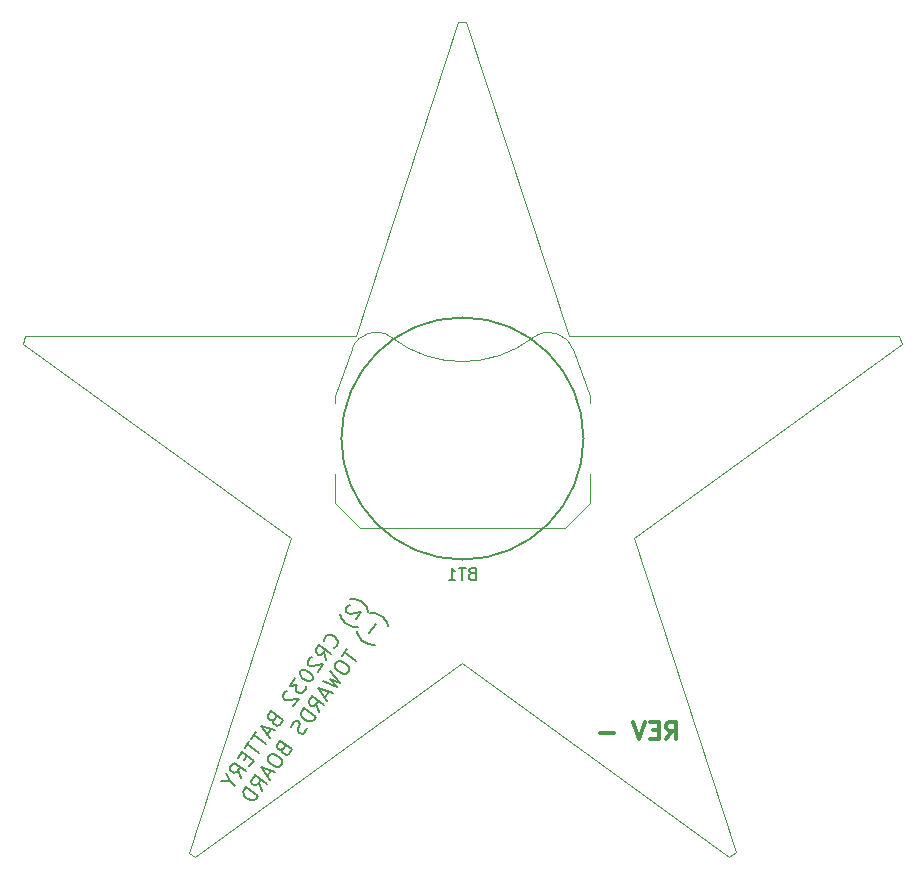
<source format=gbo>
G04 #@! TF.GenerationSoftware,KiCad,Pcbnew,(5.0.0)*
G04 #@! TF.CreationDate,2018-11-25T22:53:09-05:00*
G04 #@! TF.ProjectId,Blink_Badge,426C696E6B5F42616467652E6B696361,B*
G04 #@! TF.SameCoordinates,Original*
G04 #@! TF.FileFunction,Legend,Bot*
G04 #@! TF.FilePolarity,Positive*
%FSLAX46Y46*%
G04 Gerber Fmt 4.6, Leading zero omitted, Abs format (unit mm)*
G04 Created by KiCad (PCBNEW (5.0.0)) date 11/25/18 22:53:09*
%MOMM*%
%LPD*%
G01*
G04 APERTURE LIST*
%ADD10C,0.100000*%
%ADD11C,0.300000*%
%ADD12C,0.200000*%
%ADD13C,0.150000*%
G04 APERTURE END LIST*
D10*
X159900000Y-140450000D02*
X160475000Y-140025000D01*
X114100000Y-140075000D02*
X114625000Y-140475000D01*
X100250000Y-96350000D02*
X100050000Y-96975000D01*
X136950000Y-69700000D02*
X137625000Y-69700000D01*
X174250000Y-96350000D02*
X174475000Y-97025000D01*
X174250000Y-96350000D02*
X146290000Y-96345000D01*
D11*
X154532142Y-130478571D02*
X155032142Y-129764285D01*
X155389285Y-130478571D02*
X155389285Y-128978571D01*
X154817857Y-128978571D01*
X154675000Y-129050000D01*
X154603571Y-129121428D01*
X154532142Y-129264285D01*
X154532142Y-129478571D01*
X154603571Y-129621428D01*
X154675000Y-129692857D01*
X154817857Y-129764285D01*
X155389285Y-129764285D01*
X153889285Y-129692857D02*
X153389285Y-129692857D01*
X153175000Y-130478571D02*
X153889285Y-130478571D01*
X153889285Y-128978571D01*
X153175000Y-128978571D01*
X152746428Y-128978571D02*
X152246428Y-130478571D01*
X151746428Y-128978571D01*
X150103571Y-129907142D02*
X148960714Y-129907142D01*
D12*
X129333896Y-119687382D02*
X129320727Y-119604239D01*
X129246234Y-119402966D01*
X129184910Y-119284835D01*
X129075430Y-119131718D01*
X128869638Y-118908626D01*
X128677015Y-118768677D01*
X128401249Y-118641897D01*
X128221794Y-118585091D01*
X128090496Y-118563272D01*
X127876054Y-118554622D01*
X127792911Y-118567791D01*
X127788779Y-119079817D02*
X127705636Y-119092986D01*
X127587506Y-119154310D01*
X127412570Y-119395089D01*
X127390751Y-119526388D01*
X127403920Y-119609531D01*
X127465244Y-119727661D01*
X127561556Y-119797635D01*
X127741010Y-119854441D01*
X128738726Y-119696419D01*
X128283892Y-120322444D01*
X128424228Y-120939432D02*
X128341085Y-120952600D01*
X128126643Y-120943950D01*
X127995344Y-120922132D01*
X127815890Y-120865326D01*
X127540124Y-120738546D01*
X127347501Y-120598597D01*
X127141709Y-120375505D01*
X127032229Y-120222387D01*
X126970905Y-120104257D01*
X126896412Y-119902984D01*
X126883243Y-119819841D01*
X126403233Y-122708414D02*
X126486376Y-122695245D01*
X126639493Y-122585765D01*
X126709468Y-122489454D01*
X126766273Y-122309999D01*
X126739936Y-122143713D01*
X126678612Y-122025583D01*
X126520976Y-121837478D01*
X126376509Y-121732517D01*
X126148898Y-121640723D01*
X126017600Y-121618905D01*
X125851314Y-121645242D01*
X125698196Y-121754722D01*
X125628222Y-121851034D01*
X125571416Y-122030488D01*
X125584585Y-122113631D01*
X125764813Y-123789659D02*
X125528165Y-123102697D01*
X126184659Y-123211790D02*
X125173388Y-122477059D01*
X124893490Y-122862305D01*
X124871672Y-122993604D01*
X124884840Y-123076747D01*
X124946165Y-123194877D01*
X125090632Y-123299838D01*
X125221931Y-123321657D01*
X125305074Y-123308489D01*
X125423204Y-123247164D01*
X125703102Y-122861918D01*
X124569955Y-123510149D02*
X124486812Y-123523317D01*
X124368682Y-123584641D01*
X124193746Y-123825420D01*
X124171927Y-123956719D01*
X124185096Y-124039862D01*
X124246420Y-124157992D01*
X124342732Y-124227967D01*
X124522186Y-124284773D01*
X125519902Y-124126750D01*
X125065068Y-124752775D01*
X123598963Y-124644068D02*
X123528989Y-124740380D01*
X123507170Y-124871679D01*
X123520339Y-124954822D01*
X123581663Y-125072952D01*
X123739299Y-125261057D01*
X123980078Y-125435993D01*
X124207688Y-125527786D01*
X124338987Y-125549604D01*
X124422130Y-125536436D01*
X124540260Y-125475112D01*
X124610234Y-125378800D01*
X124632053Y-125247501D01*
X124618885Y-125164358D01*
X124557560Y-125046228D01*
X124399924Y-124858123D01*
X124159146Y-124683187D01*
X123931535Y-124591394D01*
X123800236Y-124569576D01*
X123717093Y-124582744D01*
X123598963Y-124644068D01*
X123109142Y-125318249D02*
X122654308Y-125944274D01*
X123284465Y-125887082D01*
X123179503Y-126031549D01*
X123157685Y-126162848D01*
X123170853Y-126245991D01*
X123232178Y-126364121D01*
X123472957Y-126539057D01*
X123604255Y-126560876D01*
X123687398Y-126547707D01*
X123805528Y-126486383D01*
X124015452Y-126197448D01*
X124037270Y-126066149D01*
X124024102Y-125983006D01*
X122470722Y-126399495D02*
X122387579Y-126412663D01*
X122269449Y-126473988D01*
X122094513Y-126714767D01*
X122072694Y-126846065D01*
X122085863Y-126929208D01*
X122147187Y-127047339D01*
X122243499Y-127117313D01*
X122422953Y-127174119D01*
X123420669Y-127016096D01*
X122965835Y-127642121D01*
X121316531Y-128798247D02*
X121259725Y-128977701D01*
X121272893Y-129060844D01*
X121334218Y-129178974D01*
X121478685Y-129283936D01*
X121609984Y-129305755D01*
X121693127Y-129292586D01*
X121811257Y-129231262D01*
X122091155Y-128846016D01*
X121079884Y-128111284D01*
X120834973Y-128448375D01*
X120813154Y-128579673D01*
X120826323Y-128662816D01*
X120887647Y-128780946D01*
X120983959Y-128850921D01*
X121115258Y-128872740D01*
X121198401Y-128859571D01*
X121316531Y-128798247D01*
X121561441Y-128461156D01*
X121102476Y-129599208D02*
X120752604Y-130080766D01*
X121461385Y-129712820D02*
X120205203Y-129315178D01*
X120971564Y-130387000D01*
X119820344Y-129844892D02*
X119400497Y-130422761D01*
X120621692Y-130868558D02*
X119610420Y-130133827D01*
X119260548Y-130615384D02*
X118840702Y-131193254D01*
X120061896Y-131639051D02*
X119050625Y-130904319D01*
X119077349Y-131880216D02*
X118832438Y-132217307D01*
X119257190Y-132746633D02*
X119607062Y-132265076D01*
X118595791Y-131530344D01*
X118245919Y-132011902D01*
X118522459Y-133757905D02*
X118285811Y-133070942D01*
X118942305Y-133180035D02*
X117931034Y-132445304D01*
X117651136Y-132830550D01*
X117629318Y-132961849D01*
X117642486Y-133044992D01*
X117703811Y-133163122D01*
X117848278Y-133268084D01*
X117979577Y-133289902D01*
X118062720Y-133276734D01*
X118180850Y-133215409D01*
X118460748Y-132830163D01*
X117586067Y-134034057D02*
X118067625Y-134383930D01*
X117301264Y-133312108D02*
X117586067Y-134034057D01*
X116811443Y-133986288D01*
X131012606Y-120907036D02*
X130999437Y-120823893D01*
X130924944Y-120622620D01*
X130863620Y-120504489D01*
X130754140Y-120351372D01*
X130548348Y-120128280D01*
X130355725Y-119988331D01*
X130079959Y-119861551D01*
X129900504Y-119804745D01*
X129769206Y-119782926D01*
X129554764Y-119774276D01*
X129471621Y-119787445D01*
X129962216Y-120732487D02*
X129402420Y-121502979D01*
X129893015Y-122448021D02*
X129809872Y-122461189D01*
X129595430Y-122452539D01*
X129464131Y-122430720D01*
X129284677Y-122373914D01*
X129008911Y-122247134D01*
X128816287Y-122107185D01*
X128610496Y-121884093D01*
X128501016Y-121730976D01*
X128439691Y-121612846D01*
X128365198Y-121411573D01*
X128352030Y-121328430D01*
X127481868Y-122829909D02*
X127062021Y-123407778D01*
X128283216Y-123853575D02*
X127271945Y-123118843D01*
X126677162Y-123937491D02*
X126537213Y-124130115D01*
X126515394Y-124261413D01*
X126541732Y-124427699D01*
X126699367Y-124615804D01*
X127036458Y-124860714D01*
X127264068Y-124952508D01*
X127430354Y-124926170D01*
X127548484Y-124864846D01*
X127688433Y-124672223D01*
X127710252Y-124540924D01*
X127683915Y-124374638D01*
X127526279Y-124186534D01*
X127189188Y-123941623D01*
X126961578Y-123849830D01*
X126795292Y-123876167D01*
X126677162Y-123937491D01*
X126117366Y-124707984D02*
X126953702Y-125683494D01*
X126091416Y-125351309D01*
X126673804Y-126068740D01*
X125487597Y-125574788D01*
X125965023Y-126436686D02*
X125615150Y-126918244D01*
X126323932Y-126550298D02*
X125067750Y-126152657D01*
X125834111Y-127224479D01*
X125169354Y-128139439D02*
X124932706Y-127452476D01*
X125589200Y-127561569D02*
X124577929Y-126826838D01*
X124298031Y-127212084D01*
X124276212Y-127343383D01*
X124289381Y-127426526D01*
X124350705Y-127544656D01*
X124495173Y-127649618D01*
X124626471Y-127671436D01*
X124709614Y-127658268D01*
X124827745Y-127596943D01*
X125107642Y-127211697D01*
X124854469Y-128572841D02*
X123843197Y-127838109D01*
X123668261Y-128078888D01*
X123611455Y-128258343D01*
X123637792Y-128424629D01*
X123699117Y-128542759D01*
X123856753Y-128730863D01*
X124001220Y-128835825D01*
X124228830Y-128927618D01*
X124360129Y-128949437D01*
X124526415Y-128923100D01*
X124679532Y-128813620D01*
X124854469Y-128572841D01*
X124106568Y-129500969D02*
X124049763Y-129680423D01*
X123874826Y-129921202D01*
X123756696Y-129982527D01*
X123673553Y-129995695D01*
X123542255Y-129973877D01*
X123445943Y-129903902D01*
X123384619Y-129785772D01*
X123371450Y-129702629D01*
X123393269Y-129571330D01*
X123485062Y-129343720D01*
X123506881Y-129212421D01*
X123493712Y-129129278D01*
X123432388Y-129011148D01*
X123336076Y-128941173D01*
X123204777Y-128919355D01*
X123121634Y-128932523D01*
X123003504Y-128993848D01*
X122828568Y-129234627D01*
X122771762Y-129414081D01*
X122085573Y-131269951D02*
X122028767Y-131449405D01*
X122041936Y-131532548D01*
X122103260Y-131650679D01*
X122247727Y-131755640D01*
X122379026Y-131777459D01*
X122462169Y-131764290D01*
X122580299Y-131702966D01*
X122860197Y-131317720D01*
X121848926Y-130582988D01*
X121604015Y-130920079D01*
X121582197Y-131051377D01*
X121595365Y-131134520D01*
X121656690Y-131252651D01*
X121753001Y-131322625D01*
X121884300Y-131344444D01*
X121967443Y-131331275D01*
X122085573Y-131269951D01*
X122330484Y-130932860D01*
X120974245Y-131786883D02*
X120834297Y-131979506D01*
X120812478Y-132110804D01*
X120838815Y-132277090D01*
X120996451Y-132465195D01*
X121333541Y-132710106D01*
X121561152Y-132801899D01*
X121727438Y-132775562D01*
X121845568Y-132714237D01*
X121985517Y-132521614D01*
X122007335Y-132390315D01*
X121980998Y-132224029D01*
X121823362Y-132035925D01*
X121486272Y-131791014D01*
X121258662Y-131699221D01*
X121092376Y-131725558D01*
X120974245Y-131786883D01*
X121101799Y-133130339D02*
X120751927Y-133611897D01*
X121460708Y-133243951D02*
X120204527Y-132846310D01*
X120970887Y-133918132D01*
X120306130Y-134833091D02*
X120069483Y-134146129D01*
X120725977Y-134255222D02*
X119714706Y-133520490D01*
X119434808Y-133905737D01*
X119412989Y-134037035D01*
X119426158Y-134120178D01*
X119487482Y-134238309D01*
X119631949Y-134343270D01*
X119763248Y-134365089D01*
X119846391Y-134351920D01*
X119964521Y-134290596D01*
X120244419Y-133905350D01*
X119991245Y-135266493D02*
X118979974Y-134531762D01*
X118805038Y-134772541D01*
X118748232Y-134951995D01*
X118774569Y-135118281D01*
X118835894Y-135236411D01*
X118993529Y-135424516D01*
X119137997Y-135529478D01*
X119365607Y-135621271D01*
X119496906Y-135643089D01*
X119663192Y-135616752D01*
X119816309Y-135507272D01*
X119991245Y-135266493D01*
D10*
X137290000Y-123995000D02*
X114625000Y-140475000D01*
X159900000Y-140450000D02*
X137290000Y-123995000D01*
X151840000Y-113445000D02*
X160475000Y-140025000D01*
X174475000Y-97025000D02*
X151840000Y-113445000D01*
X122740000Y-113445000D02*
X114100000Y-140075000D01*
X100050000Y-96975000D02*
X122740000Y-113445000D01*
X128290000Y-96345000D02*
X100250000Y-96350000D01*
X136950000Y-69700000D02*
X128290000Y-96345000D01*
X137625000Y-69700000D02*
X146290000Y-96345000D01*
G04 #@! TO.C,BT1*
X148070000Y-102000000D02*
X148070000Y-101370000D01*
X148070000Y-110460000D02*
X148070000Y-108000000D01*
X126510000Y-102000000D02*
X126510000Y-101370000D01*
X126510000Y-110460000D02*
X126510000Y-108000000D01*
X146615244Y-97411831D02*
G75*
G03X143290000Y-96450000I-2015244J-738169D01*
G01*
X148070000Y-101370000D02*
X146630000Y-97420000D01*
X145990000Y-112540000D02*
X148070000Y-110460000D01*
X145990000Y-112540000D02*
X128590000Y-112540000D01*
X128590000Y-112540000D02*
X126510000Y-110460000D01*
X126510000Y-101370000D02*
X127950000Y-97420000D01*
X131286646Y-96433470D02*
G75*
G03X127950000Y-97420000I-1306646J-1716530D01*
G01*
X131285399Y-96446464D02*
G75*
G03X143290000Y-96450000I6004601J7806464D01*
G01*
D13*
X147540000Y-105000000D02*
G75*
G03X147540000Y-105000000I-10250000J0D01*
G01*
G04 #@! TD*
G04 #@! TO.C,BT1*
X138075714Y-116428571D02*
X137932857Y-116476190D01*
X137885238Y-116523809D01*
X137837619Y-116619047D01*
X137837619Y-116761904D01*
X137885238Y-116857142D01*
X137932857Y-116904761D01*
X138028095Y-116952380D01*
X138409047Y-116952380D01*
X138409047Y-115952380D01*
X138075714Y-115952380D01*
X137980476Y-116000000D01*
X137932857Y-116047619D01*
X137885238Y-116142857D01*
X137885238Y-116238095D01*
X137932857Y-116333333D01*
X137980476Y-116380952D01*
X138075714Y-116428571D01*
X138409047Y-116428571D01*
X137551904Y-115952380D02*
X136980476Y-115952380D01*
X137266190Y-116952380D02*
X137266190Y-115952380D01*
X136123333Y-116952380D02*
X136694761Y-116952380D01*
X136409047Y-116952380D02*
X136409047Y-115952380D01*
X136504285Y-116095238D01*
X136599523Y-116190476D01*
X136694761Y-116238095D01*
G04 #@! TD*
M02*

</source>
